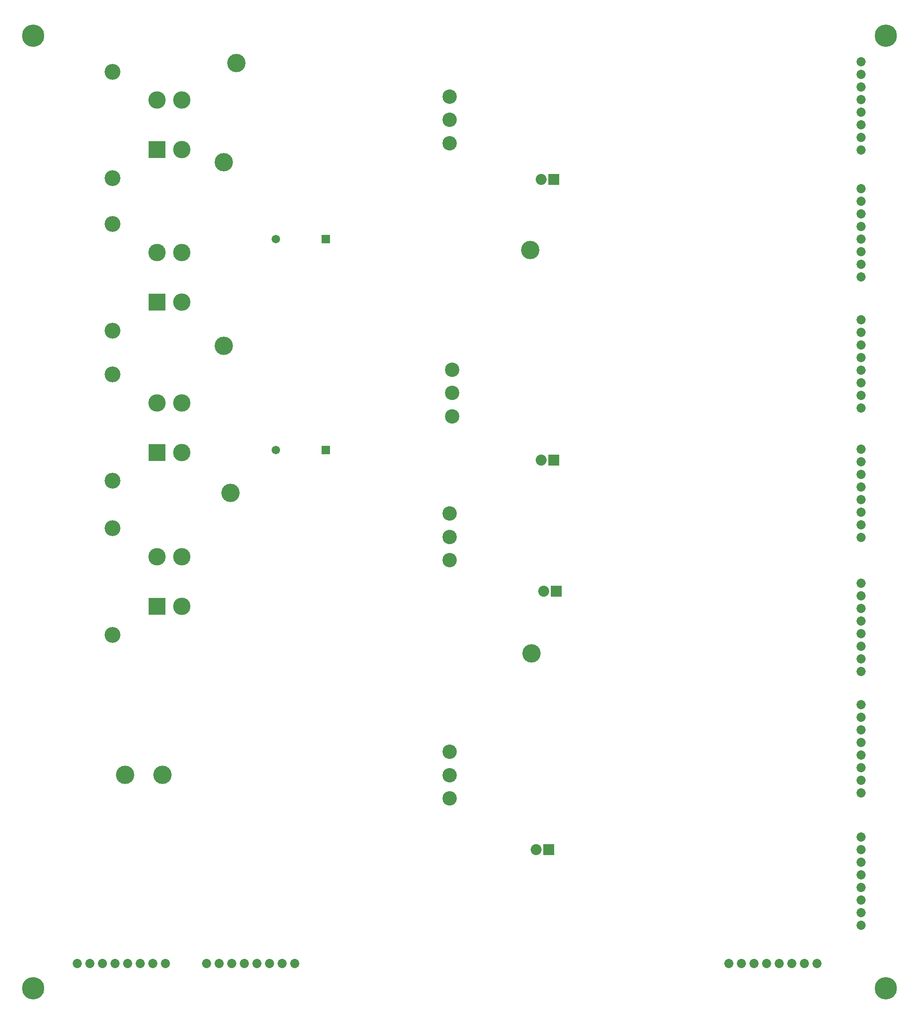
<source format=gbs>
G04*
G04 #@! TF.GenerationSoftware,Altium Limited,Altium Designer,23.1.1 (15)*
G04*
G04 Layer_Color=16711935*
%FSLAX44Y44*%
%MOMM*%
G71*
G04*
G04 #@! TF.SameCoordinates,0EA7A712-66D5-4987-9214-F4AEDCE7AAE5*
G04*
G04*
G04 #@! TF.FilePolarity,Negative*
G04*
G01*
G75*
%ADD73C,3.7032*%
%ADD74C,1.8532*%
%ADD75C,4.5032*%
%ADD76R,3.5032X3.5032*%
%ADD77C,3.5032*%
%ADD78C,3.2032*%
%ADD79R,1.7032X1.7032*%
%ADD80C,1.7032*%
%ADD81C,2.9032*%
%ADD82R,2.2282X2.2282*%
%ADD83C,2.2282*%
D73*
X1043091Y1527771D02*
D03*
X1045000Y715000D02*
D03*
X300651Y470109D02*
D03*
X225651D02*
D03*
X438090Y1038465D02*
D03*
X450000Y1905000D02*
D03*
X425000Y1335000D02*
D03*
Y1705000D02*
D03*
D74*
X1710000Y611600D02*
D03*
Y586200D02*
D03*
Y560800D02*
D03*
Y535400D02*
D03*
Y510000D02*
D03*
Y484600D02*
D03*
Y459200D02*
D03*
Y433800D02*
D03*
X307000Y90000D02*
D03*
X281600D02*
D03*
X256200D02*
D03*
X230800D02*
D03*
X205400D02*
D03*
X180000D02*
D03*
X154600D02*
D03*
X129200D02*
D03*
X1710000Y949200D02*
D03*
Y974600D02*
D03*
Y1000000D02*
D03*
Y1025400D02*
D03*
Y1050800D02*
D03*
Y1076200D02*
D03*
Y1101600D02*
D03*
Y1127000D02*
D03*
Y1473800D02*
D03*
Y1499200D02*
D03*
Y1524600D02*
D03*
Y1550000D02*
D03*
Y1575400D02*
D03*
Y1600800D02*
D03*
Y1626200D02*
D03*
Y1651600D02*
D03*
X567800Y90000D02*
D03*
X542400D02*
D03*
X517000D02*
D03*
X491600D02*
D03*
X466200D02*
D03*
X440800D02*
D03*
X415400D02*
D03*
X390000D02*
D03*
X1710000Y345400D02*
D03*
Y320000D02*
D03*
Y294600D02*
D03*
Y269200D02*
D03*
Y243800D02*
D03*
Y218400D02*
D03*
Y193000D02*
D03*
Y167600D02*
D03*
Y1209200D02*
D03*
Y1234600D02*
D03*
Y1260000D02*
D03*
Y1285400D02*
D03*
Y1310800D02*
D03*
Y1336200D02*
D03*
Y1361600D02*
D03*
Y1387000D02*
D03*
X1620800Y90000D02*
D03*
X1595400D02*
D03*
X1570000D02*
D03*
X1544600D02*
D03*
X1519200D02*
D03*
X1493800D02*
D03*
X1468400D02*
D03*
X1443000D02*
D03*
X1710000Y1729200D02*
D03*
Y1754600D02*
D03*
Y1780000D02*
D03*
Y1805400D02*
D03*
Y1830800D02*
D03*
Y1856200D02*
D03*
Y1881600D02*
D03*
Y1907000D02*
D03*
Y678400D02*
D03*
Y703800D02*
D03*
Y729200D02*
D03*
Y754600D02*
D03*
Y780000D02*
D03*
Y805400D02*
D03*
Y830800D02*
D03*
Y856200D02*
D03*
D75*
X40000Y40000D02*
D03*
X1760000D02*
D03*
Y1960000D02*
D03*
X40000D02*
D03*
D76*
X290000Y1730000D02*
D03*
Y1422700D02*
D03*
Y1120000D02*
D03*
Y810000D02*
D03*
D77*
X340000Y1730000D02*
D03*
X290000Y1830000D02*
D03*
X340000D02*
D03*
Y1422700D02*
D03*
X290000Y1522700D02*
D03*
X340000D02*
D03*
Y1120000D02*
D03*
X290000Y1220000D02*
D03*
X340000D02*
D03*
Y810000D02*
D03*
X290000Y910000D02*
D03*
X340000D02*
D03*
D78*
X200000Y1672700D02*
D03*
Y1887300D02*
D03*
Y1365400D02*
D03*
Y1580000D02*
D03*
Y1062700D02*
D03*
Y1277300D02*
D03*
Y752700D02*
D03*
Y967300D02*
D03*
D79*
X630000Y1125000D02*
D03*
Y1550000D02*
D03*
D80*
X530000Y1125000D02*
D03*
Y1550000D02*
D03*
D81*
X880000Y1743000D02*
D03*
Y1790000D02*
D03*
Y1837000D02*
D03*
X885000Y1193000D02*
D03*
Y1240000D02*
D03*
Y1287000D02*
D03*
X880000Y903000D02*
D03*
Y950000D02*
D03*
Y997000D02*
D03*
Y423000D02*
D03*
Y470000D02*
D03*
Y517000D02*
D03*
D82*
X1090000Y1670000D02*
D03*
Y1105000D02*
D03*
X1095400Y840000D02*
D03*
X1080000Y320000D02*
D03*
D83*
X1064600Y1670000D02*
D03*
Y1105000D02*
D03*
X1070000Y840000D02*
D03*
X1054600Y320000D02*
D03*
M02*

</source>
